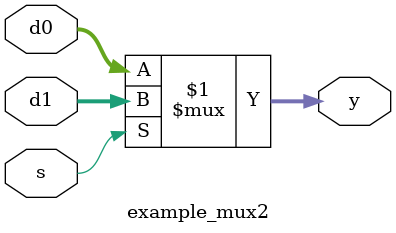
<source format=sv>
`timescale 1ns/1ps
module example_mux2(input logic [3:0] d0, d1,
                    input logic s,
                    output logic [3:0] y);
                    assign y=s?d1:d0;
endmodule
	

</source>
